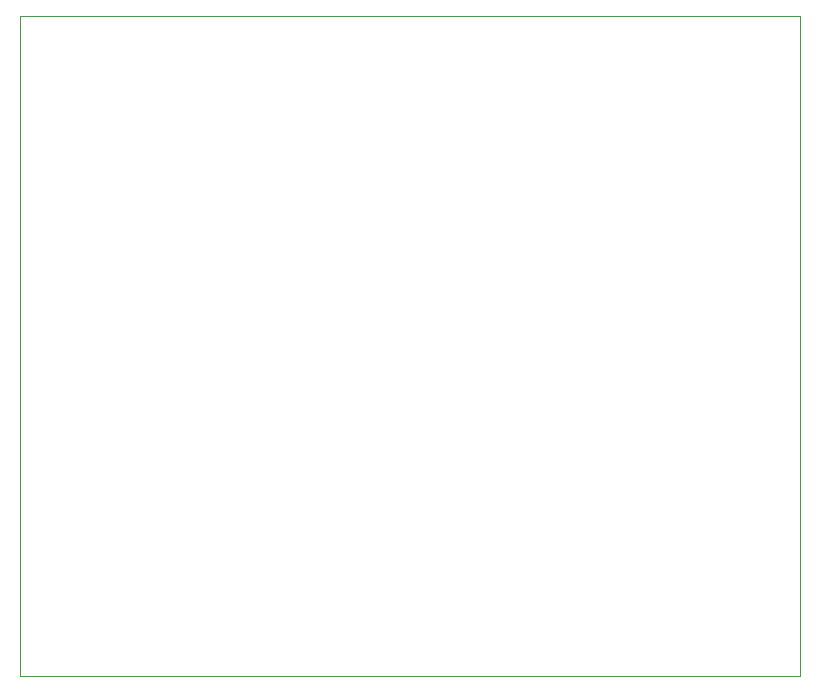
<source format=gbr>
G04 #@! TF.GenerationSoftware,KiCad,Pcbnew,(5.1.5)-3*
G04 #@! TF.CreationDate,2020-03-12T17:38:12-04:00*
G04 #@! TF.ProjectId,PCB,5043422e-6b69-4636-9164-5f7063625858,rev?*
G04 #@! TF.SameCoordinates,Original*
G04 #@! TF.FileFunction,Profile,NP*
%FSLAX46Y46*%
G04 Gerber Fmt 4.6, Leading zero omitted, Abs format (unit mm)*
G04 Created by KiCad (PCBNEW (5.1.5)-3) date 2020-03-12 17:38:12*
%MOMM*%
%LPD*%
G04 APERTURE LIST*
%ADD10C,0.050000*%
G04 APERTURE END LIST*
D10*
X101600000Y-95250000D02*
X101600000Y-151130000D01*
X167640000Y-95250000D02*
X101600000Y-95250000D01*
X167640000Y-151130000D02*
X167640000Y-95250000D01*
X101600000Y-151130000D02*
X167640000Y-151130000D01*
M02*

</source>
